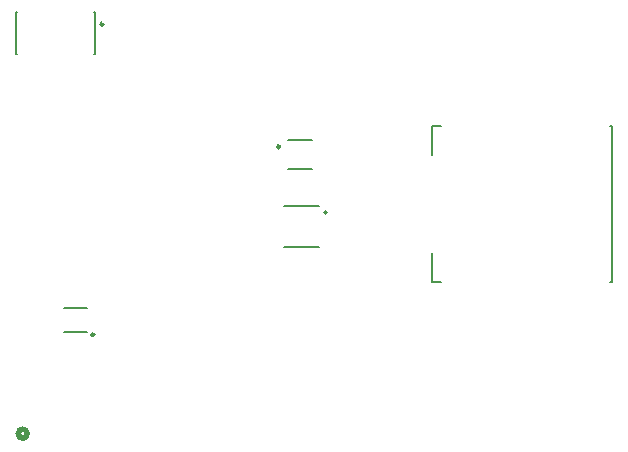
<source format=gbr>
%TF.GenerationSoftware,Altium Limited,Altium Designer,23.5.1 (21)*%
G04 Layer_Color=65535*
%FSLAX45Y45*%
%MOMM*%
%TF.SameCoordinates,0CF0D061-263B-42B0-A585-B6EE71A6EBF9*%
%TF.FilePolarity,Positive*%
%TF.FileFunction,Legend,Top*%
%TF.Part,Single*%
G01*
G75*
%TA.AperFunction,NonConductor*%
%ADD35C,0.50800*%
%ADD36C,0.25000*%
%ADD37C,0.20000*%
%ADD38C,0.12700*%
%ADD39C,0.15240*%
D35*
X2885440Y2513330D02*
G03*
X2885440Y2513330I-38100J0D01*
G01*
D36*
X5024300Y4942800D02*
G03*
X5024300Y4942800I-12500J0D01*
G01*
X3454200Y3352800D02*
G03*
X3454200Y3352800I-12500J0D01*
G01*
X3529200Y5980500D02*
G03*
X3529200Y5980500I-12500J0D01*
G01*
D37*
X5421500Y4387200D02*
G03*
X5421500Y4387200I-10000J0D01*
G01*
X5091800Y4751800D02*
X5296800D01*
X5091800Y5001800D02*
X5296800D01*
X3193940Y3377655D02*
X3393940D01*
X3193940Y3577655D02*
X3393940D01*
X3456700Y5728000D02*
Y6083000D01*
X2791700D02*
X2795200D01*
X3453200D02*
X3456700D01*
X2791700Y5728000D02*
Y6083000D01*
Y5728000D02*
X2795200D01*
X3453200D02*
X3456700D01*
D38*
X5057000Y4439200D02*
X5357000D01*
X5057000Y4095200D02*
X5357000D01*
D39*
X6311200Y3800000D02*
X6390626D01*
X6311200Y4870974D02*
Y5115400D01*
X7817174D02*
X7836600D01*
X6311200D02*
X6390626D01*
X6311200Y3800000D02*
Y4044426D01*
X7817174Y3800000D02*
X7836600D01*
Y5115400D01*
%TF.MD5,22bdf6d062245a4fa4c07e60a8dab2cd*%
M02*

</source>
